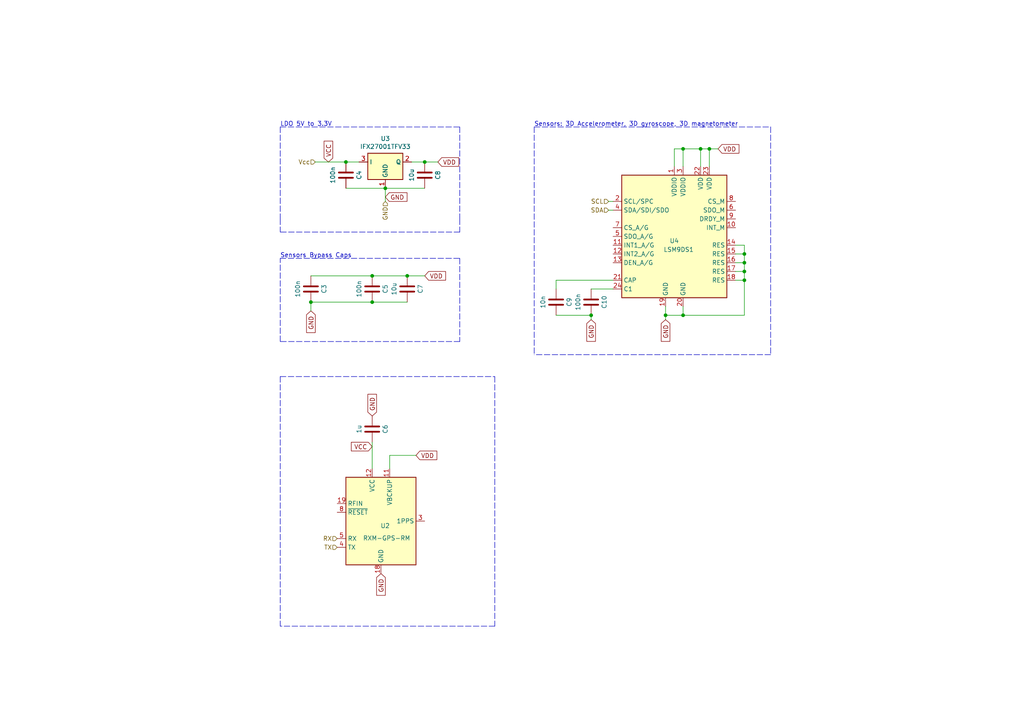
<source format=kicad_sch>
(kicad_sch (version 20210621) (generator eeschema)
  (paper "A4")
  (lib_symbols
    (symbol "Device:C" (pin_numbers hide) (pin_names (offset 0.254))
      (property "Reference" "C" (at 0.635 2.54 0))
      (property "Value" "C" (at 0.635 -2.54 0))
      (symbol "C_0_1"
        (polyline (pts (xy -2.032 -0.762) (xy 2.032 -0.762)) (stroke (width 0.508)))
        (polyline (pts (xy -2.032 0.762) (xy 2.032 0.762)) (stroke (width 0.508)))
      )
      (symbol "C_1_1"
        (pin passive line (at 0 3.81 270) (length 2.794) (name "~") (number "1"))
        (pin passive line (at 0 -3.81 90) (length 2.794) (name "~") (number "2"))
      )
    )
    (symbol "RF_GPS:RXM-GPS-RM"
      (property "Reference" "U" (at -7.62 13.97 0))
      (property "Value" "RXM-GPS-RM" (at 17.78 13.97 0))
      (symbol "RXM-GPS-RM_0_1"
        (rectangle (start 10.16 -12.7) (end -10.16 12.7) (stroke (width 0.254)) (fill (type background)))
      )
      (symbol "RXM-GPS-RM_1_1"
        (pin no_connect line (at -10.16 10.16 0) (length 2.54) hide (name "NC") (number "1"))
        (pin no_connect line (at 10.16 10.16 180) (length 2.54) hide (name "NC") (number "10"))
        (pin power_in line (at 2.54 15.24 270) (length 2.54) (name "VBCKUP") (number "11"))
        (pin power_in line (at -2.54 15.24 270) (length 2.54) (name "VCC") (number "12"))
        (pin no_connect line (at 10.16 7.62 180) (length 2.54) hide (name "NC") (number "13"))
        (pin no_connect line (at 10.16 5.08 180) (length 2.54) hide (name "NC") (number "14"))
        (pin no_connect line (at 10.16 2.54 180) (length 2.54) hide (name "NC") (number "15"))
        (pin no_connect line (at 10.16 -2.54 180) (length 2.54) hide (name "NC") (number "16"))
        (pin power_in line (at 0 -15.24 90) (length 2.54) (name "GND") (number "18"))
        (pin input line (at -12.7 5.08 0) (length 2.54) (name "RFIN") (number "19"))
        (pin no_connect line (at -10.16 7.62 0) (length 2.54) hide (name "NC") (number "2"))
        (pin passive line (at 0 -15.24 90) (length 2.54) hide (name "GND") (number "20"))
        (pin passive line (at 0 -15.24 90) (length 2.54) hide (name "GND") (number "21"))
        (pin passive line (at 0 -15.24 90) (length 2.54) hide (name "GND") (number "22"))
        (pin output line (at 12.7 0 180) (length 2.54) (name "1PPS") (number "3"))
        (pin output line (at -12.7 -7.62 0) (length 2.54) (name "TX") (number "4"))
        (pin input line (at -12.7 -5.08 0) (length 2.54) (name "RX") (number "5"))
        (pin no_connect line (at -10.16 0 0) (length 2.54) hide (name "NC") (number "6"))
        (pin no_connect line (at -10.16 -2.54 0) (length 2.54) hide (name "NC") (number "7"))
        (pin input line (at -12.7 2.54 0) (length 2.54) (name "~{RESET}") (number "8"))
        (pin no_connect line (at -10.16 -10.16 0) (length 2.54) hide (name "NC") (number "9"))
      )
    )
    (symbol "Regulator_Linear:IFX27001TFV33"
      (property "Reference" "U" (at 0 6.35 0))
      (property "Value" "IFX27001TFV33" (at 0 3.81 0))
      (symbol "IFX27001TFV33_1_1"
        (rectangle (start -5.08 2.54) (end 5.08 -5.08) (stroke (width 0.254)) (fill (type background)))
        (pin power_in line (at 0 -7.62 90) (length 2.54) (name "GND") (number "1"))
        (pin power_out line (at 7.62 0 180) (length 2.54) (name "Q") (number "2"))
        (pin power_in line (at -7.62 0 0) (length 2.54) (name "I") (number "3"))
      )
    )
    (symbol "Sensor_Motion:LSM9DS1"
      (property "Reference" "U" (at -15.24 21.59 0))
      (property "Value" "LSM9DS1" (at -15.24 19.05 0))
      (symbol "LSM9DS1_0_1"
        (rectangle (start -15.24 17.78) (end 15.24 -17.78) (stroke (width 0.254)) (fill (type background)))
      )
      (symbol "LSM9DS1_1_1"
        (pin power_in line (at 0 20.32 270) (length 2.54) (name "VDDIO") (number "1"))
        (pin output line (at 17.78 2.54 180) (length 2.54) (name "INT_M") (number "10"))
        (pin output line (at -17.78 -2.54 0) (length 2.54) (name "INT1_A/G") (number "11"))
        (pin output line (at -17.78 -5.08 0) (length 2.54) (name "INT2_A/G") (number "12"))
        (pin input line (at -17.78 -7.62 0) (length 2.54) (name "DEN_A/G") (number "13"))
        (pin bidirectional line (at 17.78 -2.54 180) (length 2.54) (name "RES") (number "14"))
        (pin bidirectional line (at 17.78 -5.08 180) (length 2.54) (name "RES") (number "15"))
        (pin bidirectional line (at 17.78 -7.62 180) (length 2.54) (name "RES") (number "16"))
        (pin bidirectional line (at 17.78 -10.16 180) (length 2.54) (name "RES") (number "17"))
        (pin bidirectional line (at 17.78 -12.7 180) (length 2.54) (name "RES") (number "18"))
        (pin power_in line (at -2.54 -20.32 90) (length 2.54) (name "GND") (number "19"))
        (pin input line (at -17.78 10.16 0) (length 2.54) (name "SCL/SPC") (number "2"))
        (pin power_in line (at 2.54 -20.32 90) (length 2.54) (name "GND") (number "20"))
        (pin passive line (at -17.78 -12.7 0) (length 2.54) (name "CAP") (number "21"))
        (pin power_in line (at 7.62 20.32 270) (length 2.54) (name "VDD") (number "22"))
        (pin power_in line (at 10.16 20.32 270) (length 2.54) (name "VDD") (number "23"))
        (pin passive line (at -17.78 -15.24 0) (length 2.54) (name "C1") (number "24"))
        (pin power_in line (at 2.54 20.32 270) (length 2.54) (name "VDDIO") (number "3"))
        (pin bidirectional line (at -17.78 7.62 0) (length 2.54) (name "SDA/SDI/SDO") (number "4"))
        (pin output line (at -17.78 0 0) (length 2.54) (name "SDO_A/G") (number "5"))
        (pin output line (at 17.78 7.62 180) (length 2.54) (name "SDO_M") (number "6"))
        (pin input line (at -17.78 2.54 0) (length 2.54) (name "CS_A/G") (number "7"))
        (pin input line (at 17.78 10.16 180) (length 2.54) (name "CS_M") (number "8"))
        (pin output line (at 17.78 5.08 180) (length 2.54) (name "DRDY_M") (number "9"))
      )
    )
  )
  (junction (at 90.17 87.63))
  (junction (at 100.33 46.99))
  (junction (at 107.95 80.01))
  (junction (at 107.95 87.63))
  (junction (at 111.76 54.61))
  (junction (at 118.11 80.01))
  (junction (at 123.19 46.99))
  (junction (at 171.45 91.44))
  (junction (at 193.04 91.44))
  (junction (at 198.12 43.18))
  (junction (at 198.12 91.44))
  (junction (at 203.2 43.18))
  (junction (at 205.74 43.18))
  (junction (at 215.9 73.66))
  (junction (at 215.9 76.2))
  (junction (at 215.9 78.74))
  (junction (at 215.9 81.28))
  (wire (pts (xy 90.17 80.01) (xy 107.95 80.01)))
  (wire (pts (xy 90.17 87.63) (xy 107.95 87.63)))
  (wire (pts (xy 90.17 90.17) (xy 90.17 87.63)))
  (wire (pts (xy 91.44 46.99) (xy 100.33 46.99)))
  (wire (pts (xy 100.33 46.99) (xy 104.14 46.99)))
  (wire (pts (xy 100.33 54.61) (xy 111.76 54.61)))
  (wire (pts (xy 107.95 87.63) (xy 118.11 87.63)))
  (wire (pts (xy 107.95 135.89) (xy 107.95 128.27)))
  (wire (pts (xy 111.76 54.61) (xy 111.76 58.42)))
  (wire (pts (xy 113.03 132.08) (xy 120.65 132.08)))
  (wire (pts (xy 113.03 135.89) (xy 113.03 132.08)))
  (wire (pts (xy 118.11 80.01) (xy 107.95 80.01)))
  (wire (pts (xy 119.38 46.99) (xy 123.19 46.99)))
  (wire (pts (xy 123.19 46.99) (xy 127 46.99)))
  (wire (pts (xy 123.19 54.61) (xy 111.76 54.61)))
  (wire (pts (xy 123.19 80.01) (xy 118.11 80.01)))
  (wire (pts (xy 161.29 81.28) (xy 177.8 81.28)))
  (wire (pts (xy 161.29 83.82) (xy 161.29 81.28)))
  (wire (pts (xy 161.29 91.44) (xy 171.45 91.44)))
  (wire (pts (xy 171.45 83.82) (xy 177.8 83.82)))
  (wire (pts (xy 171.45 91.44) (xy 171.45 92.71)))
  (wire (pts (xy 177.8 58.42) (xy 176.53 58.42)))
  (wire (pts (xy 177.8 60.96) (xy 176.53 60.96)))
  (wire (pts (xy 193.04 88.9) (xy 193.04 91.44)))
  (wire (pts (xy 193.04 91.44) (xy 193.04 92.71)))
  (wire (pts (xy 195.58 43.18) (xy 198.12 43.18)))
  (wire (pts (xy 195.58 48.26) (xy 195.58 43.18)))
  (wire (pts (xy 198.12 43.18) (xy 203.2 43.18)))
  (wire (pts (xy 198.12 48.26) (xy 198.12 43.18)))
  (wire (pts (xy 198.12 88.9) (xy 198.12 91.44)))
  (wire (pts (xy 198.12 91.44) (xy 193.04 91.44)))
  (wire (pts (xy 203.2 43.18) (xy 205.74 43.18)))
  (wire (pts (xy 203.2 48.26) (xy 203.2 43.18)))
  (wire (pts (xy 205.74 43.18) (xy 208.28 43.18)))
  (wire (pts (xy 205.74 48.26) (xy 205.74 43.18)))
  (wire (pts (xy 213.36 71.12) (xy 215.9 71.12)))
  (wire (pts (xy 213.36 73.66) (xy 215.9 73.66)))
  (wire (pts (xy 213.36 76.2) (xy 215.9 76.2)))
  (wire (pts (xy 213.36 78.74) (xy 215.9 78.74)))
  (wire (pts (xy 213.36 81.28) (xy 215.9 81.28)))
  (wire (pts (xy 215.9 71.12) (xy 215.9 73.66)))
  (wire (pts (xy 215.9 73.66) (xy 215.9 76.2)))
  (wire (pts (xy 215.9 76.2) (xy 215.9 78.74)))
  (wire (pts (xy 215.9 78.74) (xy 215.9 81.28)))
  (wire (pts (xy 215.9 81.28) (xy 215.9 91.44)))
  (wire (pts (xy 215.9 91.44) (xy 198.12 91.44)))
  (polyline (pts (xy 81.28 36.83) (xy 81.28 63.5)))
  (polyline (pts (xy 81.28 36.83) (xy 133.35 36.83)))
  (polyline (pts (xy 81.28 63.5) (xy 81.28 67.31)))
  (polyline (pts (xy 81.28 74.93) (xy 133.35 74.93)))
  (polyline (pts (xy 81.28 99.06) (xy 81.28 74.93)))
  (polyline (pts (xy 81.28 109.22) (xy 81.28 181.61)))
  (polyline (pts (xy 81.28 109.22) (xy 143.51 109.22)))
  (polyline (pts (xy 133.35 36.83) (xy 133.35 63.5)))
  (polyline (pts (xy 133.35 63.5) (xy 133.35 67.31)))
  (polyline (pts (xy 133.35 67.31) (xy 81.28 67.31)))
  (polyline (pts (xy 133.35 74.93) (xy 133.35 99.06)))
  (polyline (pts (xy 133.35 99.06) (xy 81.28 99.06)))
  (polyline (pts (xy 143.51 109.22) (xy 143.51 181.61)))
  (polyline (pts (xy 143.51 181.61) (xy 81.28 181.61)))
  (polyline (pts (xy 154.94 36.83) (xy 154.94 102.87)))
  (polyline (pts (xy 154.94 36.83) (xy 223.52 36.83)))
  (polyline (pts (xy 223.52 36.83) (xy 223.52 102.87)))
  (polyline (pts (xy 223.52 102.87) (xy 154.94 102.87)))
  (text "LDO 5V to 3.3V" (at 81.28 36.83 0) (effects (font (size 1.27 1.27)) (justify left bottom)))
  (text "Sensors Bypass Caps" (at 81.28 74.93 0) (effects (font (size 1.27 1.27)) (justify left bottom)))
  (text "Sensors: 3D Accelerometer, 3D gyroscope, 3D magnetometer" (at 154.94 36.83 0) (effects (font (size 1.27 1.27)) (justify left bottom)))
  (global_label "GND" (shape input) (at 90.17 90.17 270) (property "Intersheet References" "${INTERSHEET_REFS}" (effects hide)))
  (global_label "VCC" (shape input) (at 95.25 46.99 90) (property "Intersheet References" "${INTERSHEET_REFS}" (effects hide)))
  (global_label "GND" (shape input) (at 107.95 120.65 90) (property "Intersheet References" "${INTERSHEET_REFS}" (effects hide)))
  (global_label "VCC" (shape input) (at 107.95 129.54 180) (property "Intersheet References" "${INTERSHEET_REFS}" (effects hide)))
  (global_label "GND" (shape input) (at 110.49 166.37 270) (property "Intersheet References" "${INTERSHEET_REFS}" (effects hide)))
  (global_label "GND" (shape input) (at 111.76 57.15 0) (property "Intersheet References" "${INTERSHEET_REFS}" (effects hide)))
  (global_label "VDD" (shape input) (at 120.65 132.08 0) (property "Intersheet References" "${INTERSHEET_REFS}" (effects hide)))
  (global_label "VDD" (shape input) (at 123.19 80.01 0) (property "Intersheet References" "${INTERSHEET_REFS}" (effects hide)))
  (global_label "VDD" (shape input) (at 127 46.99 0) (property "Intersheet References" "${INTERSHEET_REFS}" (effects hide)))
  (global_label "GND" (shape input) (at 171.45 92.71 270) (property "Intersheet References" "${INTERSHEET_REFS}" (effects hide)))
  (global_label "GND" (shape input) (at 193.04 92.71 270) (property "Intersheet References" "${INTERSHEET_REFS}" (effects hide)))
  (global_label "VDD" (shape input) (at 208.28 43.18 0) (property "Intersheet References" "${INTERSHEET_REFS}" (effects hide)))
  (hierarchical_label "Vcc" (shape input) (at 91.44 46.99 180))
  (hierarchical_label "RX" (shape input) (at 97.79 156.21 180))
  (hierarchical_label "TX" (shape input) (at 97.79 158.75 180))
  (hierarchical_label "GND" (shape input) (at 111.76 58.42 270))
  (hierarchical_label "SCL" (shape input) (at 176.53 58.42 180))
  (hierarchical_label "SDA" (shape input) (at 176.53 60.96 180))
  (symbol (lib_id "Device:C") (at 90.17 83.82 180) (unit 1)
    (property "Reference" "C3" (at 93.98 83.82 90))
    (property "Value" "100n" (at 86.36 83.82 90))
    (property "Footprint" "Capacitor_SMD:C_0603_1608Metric_Pad1.08x0.95mm_HandSolder" (effects hide))
  )
  (symbol (lib_id "Device:C") (at 100.33 50.8 180) (unit 1)
    (property "Reference" "C4" (at 104.14 50.8 90))
    (property "Value" "100n" (at 96.52 50.8 90))
    (property "Footprint" "Capacitor_SMD:C_0603_1608Metric_Pad1.08x0.95mm_HandSolder" (effects hide))
  )
  (symbol (lib_id "Device:C") (at 107.95 83.82 180) (unit 1)
    (property "Reference" "C5" (at 111.76 83.82 90))
    (property "Value" "100n" (at 104.14 83.82 90))
    (property "Footprint" "Capacitor_SMD:C_0603_1608Metric_Pad1.08x0.95mm_HandSolder" (effects hide))
  )
  (symbol (lib_id "Device:C") (at 107.95 124.46 180) (unit 1)
    (property "Reference" "C6" (at 111.76 124.46 90))
    (property "Value" "1u" (at 104.14 124.46 90))
    (property "Footprint" "Capacitor_SMD:C_0603_1608Metric_Pad1.08x0.95mm_HandSolder" (effects hide))
  )
  (symbol (lib_id "Device:C") (at 118.11 83.82 180) (unit 1)
    (property "Reference" "C7" (at 121.92 83.82 90))
    (property "Value" "10u" (at 114.3 83.82 90))
    (property "Footprint" "Capacitor_SMD:C_0603_1608Metric_Pad1.08x0.95mm_HandSolder" (effects hide))
  )
  (symbol (lib_id "Device:C") (at 123.19 50.8 180) (unit 1)
    (property "Reference" "C8" (at 127 50.8 90))
    (property "Value" "10u" (at 119.38 50.8 90))
    (property "Footprint" "Capacitor_SMD:C_0603_1608Metric_Pad1.08x0.95mm_HandSolder" (effects hide))
  )
  (symbol (lib_id "Device:C") (at 161.29 87.63 180) (unit 1)
    (property "Reference" "C9" (at 165.1 87.63 90))
    (property "Value" "10n" (at 157.48 87.63 90))
    (property "Footprint" "Capacitor_SMD:C_0603_1608Metric_Pad1.08x0.95mm_HandSolder" (effects hide))
  )
  (symbol (lib_id "Device:C") (at 171.45 87.63 180) (unit 1)
    (property "Reference" "C10" (at 175.26 87.63 90))
    (property "Value" "100n" (at 167.64 87.63 90))
    (property "Footprint" "Capacitor_SMD:C_0603_1608Metric_Pad1.08x0.95mm_HandSolder" (effects hide))
  )
  (symbol (lib_id "Regulator_Linear:IFX27001TFV33") (at 111.76 46.99 0) (unit 1)
    (property "Reference" "U3" (at 111.76 40.2082 0))
    (property "Value" "IFX27001TFV33" (at 111.76 42.5196 0))
    (property "Footprint" "Package_TO_SOT_SMD:TO-252-3_TabPin2" (effects hide))
    (property "Datasheet" "https://static6.arrow.com/aropdfconversion/dc75757ae45a88e5f69bdce3f2a651a5fe0ca07d/ifx27001_ds_10.pdf" (effects hide))
  )
  (symbol (lib_id "RF_GPS:RXM-GPS-RM") (at 110.49 151.13 0) (unit 1)
    (property "Reference" "U2" (at 110.3376 152.5016 0) (effects (justify left)))
    (property "Value" "RXM-GPS-RM" (at 105.2576 156.083 0) (effects (justify left)))
    (property "Footprint" "RF_GPS:Linx_RXM-GPS" (effects hide))
    (property "Datasheet" "https://linxtechnologies.com/wp/wp-content/uploads/rxm-gps-rm.pdf" (effects hide))
  )
  (symbol (lib_id "Sensor_Motion:LSM9DS1") (at 195.58 68.58 0) (unit 1)
    (property "Reference" "U4" (at 195.58 69.85 0))
    (property "Value" "LSM9DS1" (at 196.85 72.39 0))
    (property "Footprint" "Package_LGA:LGA-24L_3x3.5mm_P0.43mm" (effects hide))
    (property "Datasheet" "http://www.st.com/content/ccc/resource/technical/document/datasheet/1e/3f/2a/d6/25/eb/48/46/DM00103319.pdf/files/DM00103319.pdf/jcr:content/translations/en.DM00103319.pdf" (effects hide))
  )
)
</source>
